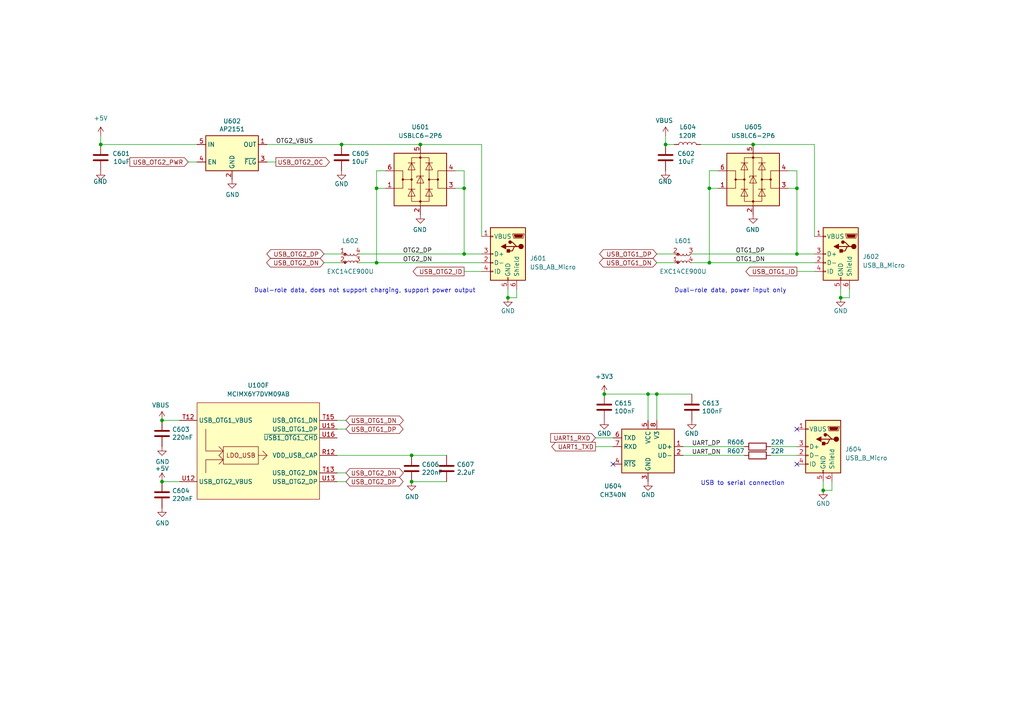
<source format=kicad_sch>
(kicad_sch (version 20211123) (generator eeschema)
  (paper "A4")
  (title_block (title "NekoInk Mainboard") (date "2021-09-28") (rev "R0.2") (company "Copyright 2021 Wenting Zhang") (comment 2 "MERCHANTABILITY, SATISFACTORY QUALITY AND FITNESS FOR A PARTICULAR PURPOSE.") (comment 3 "This source is distributed WITHOUT ANY EXPRESS OR IMPLIED WARRANTY, INCLUDING OF") (comment 4 "This source describes Open Hardware and is licensed under the CERN-OHL-P v2."))
  (lib_symbols
    (symbol "Connector:USB_B_Micro" (pin_names (offset 1.016))
      (property "Reference" "J" (at -5.08 11.43 0))
      (property "Value" "USB_B_Micro" (at -5.08 8.89 0))
      (symbol "USB_B_Micro_1_1"
        (pin power_out line (at 7.62 5.08 180) (length 2.54) (name "VBUS") (number "1"))
        (pin bidirectional line (at 7.62 -2.54 180) (length 2.54) (name "D-") (number "2"))
        (pin bidirectional line (at 7.62 0 180) (length 2.54) (name "D+") (number "3"))
        (pin passive line (at 7.62 -5.08 180) (length 2.54) (name "ID") (number "4"))
        (pin power_out line (at 0 -10.16 90) (length 2.54) (name "GND") (number "5"))
        (pin passive line (at -2.54 -10.16 90) (length 2.54) (name "Shield") (number "6"))
      )
    )
    (symbol "Device:C" (pin_numbers hide) (pin_names (offset 0.254))
      (property "Reference" "C" (at 0.635 2.54 0))
      (property "Value" "C" (at 0.635 -2.54 0))
      (symbol "C_1_1"
        (pin passive line (at 0 3.81 270) (length 2.794) (name "~") (number "1"))
        (pin passive line (at 0 -3.81 90) (length 2.794) (name "~") (number "2"))
      )
    )
    (symbol "Device:L" (pin_numbers hide) (pin_names (offset 1.016) hide)
      (property "Reference" "L" (at -1.27 0 90))
      (property "Value" "L" (at 1.905 0 90))
      (symbol "L_1_1"
        (pin passive line (at 0 3.81 270) (length 1.27) (name "1") (number "1"))
        (pin passive line (at 0 -3.81 90) (length 1.27) (name "2") (number "2"))
      )
    )
    (symbol "Device:L_Coupled_Small_1423" (pin_names (offset 0.254) hide)
      (property "Reference" "L" (at 0 3.175 0))
      (property "Value" "L_Coupled_Small_1423" (at 0 -3.175 0))
      (symbol "L_Coupled_Small_1423_1_1"
        (pin passive line (at -2.54 1.27 0) (length 0.508) (name "1") (number "1"))
        (pin passive line (at -2.54 -1.27 0) (length 0.508) (name "2") (number "2"))
        (pin passive line (at 2.54 -1.27 180) (length 0.508) (name "3") (number "3"))
        (pin passive line (at 2.54 1.27 180) (length 0.508) (name "4") (number "4"))
      )
    )
    (symbol "Device:R" (pin_numbers hide) (pin_names (offset 0))
      (property "Reference" "R" (at 2.032 0 90))
      (property "Value" "R" (at 0 0 90))
      (symbol "R_1_1"
        (pin passive line (at 0 3.81 270) (length 1.27) (name "~") (number "1"))
        (pin passive line (at 0 -3.81 90) (length 1.27) (name "~") (number "2"))
      )
    )
    (symbol "MCIMX6Y7DVM09AB_7"
      (property "Reference" "U" (at 0 0 0))
      (property "Value" "MCIMX6Y7DVM09AB_7" (at 0 -2.54 0))
      (symbol "MCIMX6Y7DVM09AB_7_1_0"
        (text "LDO_1P1" (at 0 -58.42 0) (effects (font (size 1.27 1.27))))
        (text "LDO_2P5" (at 0 -50.8 0) (effects (font (size 1.27 1.27))))
        (text "LDO_ARM_SOC" (at 0 -27.94 0) (effects (font (size 1.27 1.27))))
        (text "LDO_SNVS" (at 0 -66.04 0) (effects (font (size 1.27 1.27))))
      )
      (symbol "MCIMX6Y7DVM09AB_7_1_1"
        (pin power_in line (at -33.02 -73.66 0) (length 5.08) (name "VSS") (number "A1"))
        (pin power_in line (at -33.02 -76.2 0) (length 5.08) (name "VSS") (number "A17"))
        (pin power_in line (at -33.02 -83.82 0) (length 5.08) (name "VSS") (number "C11"))
        (pin power_in line (at -33.02 -86.36 0) (length 5.08) (name "VSS") (number "C15"))
        (pin power_in line (at -33.02 -78.74 0) (length 5.08) (name "VSS") (number "C3"))
        (pin power_in line (at -33.02 -81.28 0) (length 5.08) (name "VSS") (number "C7"))
        (pin power_in line (at -33.02 -91.44 0) (length 5.08) (name "VSS") (number "E11"))
        (pin power_in line (at -33.02 -88.9 0) (length 5.08) (name "VSS") (number "E8"))
        (pin power_in line (at -33.02 -104.14 0) (length 5.08) (name "VSS") (number "F10"))
        (pin power_in line (at -33.02 -106.68 0) (length 5.08) (name "VSS") (number "F11"))
        (pin power_in line (at -33.02 -109.22 0) (length 5.08) (name "VSS") (number "F12"))
        (pin power_in line (at -33.02 -93.98 0) (length 5.08) (name "VSS") (number "F6"))
        (pin power_in line (at -33.02 -96.52 0) (length 5.08) (name "VSS") (number "F7"))
        (pin power_in line (at -33.02 -99.06 0) (length 5.08) (name "VSS") (number "F8"))
        (pin power_in line (at -33.02 -101.6 0) (length 5.08) (name "VSS") (number "F9"))
        (pin power_out line (at 33.02 -12.7 180) (length 5.08) (name "VDD_ARM_CAP") (number "G10"))
        (pin power_out line (at 33.02 -15.24 180) (length 5.08) (name "VDD_ARM_CAP") (number "G11"))
        (pin power_in line (at -33.02 -119.38 0) (length 5.08) (name "VSS") (number "G12"))
        (pin power_in line (at -33.02 -121.92 0) (length 5.08) (name "VSS") (number "G15"))
        (pin power_in line (at -33.02 -111.76 0) (length 5.08) (name "VSS") (number "G3"))
        (pin power_in line (at -33.02 -114.3 0) (length 5.08) (name "VSS") (number "G5"))
        (pin power_in line (at -33.02 -116.84 0) (length 5.08) (name "VSS") (number "G7"))
        (pin power_out line (at 33.02 -22.86 180) (length 5.08) (name "VDD_SOC_CAP") (number "G8"))
        (pin power_out line (at 33.02 -10.16 180) (length 5.08) (name "VDD_ARM_CAP") (number "G9"))
        (pin power_in line (at -33.02 -25.4 0) (length 5.08) (name "VDD_SOC_IN") (number "H10"))
        (pin power_out line (at 33.02 -17.78 180) (length 5.08) (name "VDD_ARM_CAP") (number "H11"))
        (pin power_in line (at -33.02 -127 0) (length 5.08) (name "VSS") (number "H12"))
        (pin power_in line (at -33.02 -124.46 0) (length 5.08) (name "VSS") (number "H7"))
        (pin power_out line (at 33.02 -25.4 180) (length 5.08) (name "VDD_SOC_CAP") (number "H8"))
        (pin power_in line (at -33.02 -22.86 0) (length 5.08) (name "VDD_SOC_IN") (number "H9"))
        (pin power_in line (at -33.02 -30.48 0) (length 5.08) (name "VDD_SOC_IN") (number "J10"))
        (pin power_out line (at 33.02 -30.48 180) (length 5.08) (name "VDD_SOC_CAP") (number "J11"))
        (pin power_out line (at 33.02 -127 180) (length 5.08) (name "VSS") (number "J12"))
        (pin power_in line (at -33.02 -129.54 0) (length 5.08) (name "VSS") (number "J5"))
        (pin power_out line (at 33.02 -129.54 180) (length 5.08) (name "VSS") (number "J7"))
        (pin power_out line (at 33.02 -27.94 180) (length 5.08) (name "VDD_SOC_CAP") (number "J8"))
        (pin power_in line (at -33.02 -27.94 0) (length 5.08) (name "VDD_SOC_IN") (number "J9"))
        (pin power_in line (at -33.02 -35.56 0) (length 5.08) (name "VDD_SOC_IN") (number "K10"))
        (pin power_out line (at 33.02 -35.56 180) (length 5.08) (name "VDD_SOC_CAP") (number "K11"))
        (pin power_out line (at 33.02 -121.92 180) (length 5.08) (name "VSS") (number "K12"))
        (pin power_out line (at 33.02 -124.46 180) (length 5.08) (name "VSS") (number "K7"))
        (pin power_out line (at 33.02 -33.02 180) (length 5.08) (name "VDD_SOC_CAP") (number "K8"))
        (pin power_in line (at -33.02 -33.02 0) (length 5.08) (name "VDD_SOC_IN") (number "K9"))
        (pin power_out line (at 33.02 -43.18 180) (length 5.08) (name "VDD_SOC_CAP") (number "L10"))
        (pin power_out line (at 33.02 -45.72 180) (length 5.08) (name "VDD_SOC_CAP") (number "L11"))
        (pin power_out line (at 33.02 -114.3 180) (length 5.08) (name "VSS") (number "L12"))
        (pin power_out line (at 33.02 -119.38 180) (length 5.08) (name "VSS") (number "L3"))
        (pin power_out line (at 33.02 -116.84 180) (length 5.08) (name "VSS") (number "L7"))
        (pin power_out line (at 33.02 -38.1 180) (length 5.08) (name "VDD_SOC_CAP") (number "L8"))
        (pin power_out line (at 33.02 -40.64 180) (length 5.08) (name "VDD_SOC_CAP") (number "L9"))
        (pin power_out line (at 33.02 -104.14 180) (length 5.08) (name "VSS") (number "M10"))
        (pin power_out line (at 33.02 -101.6 180) (length 5.08) (name "VSS") (number "M11"))
        (pin power_in line (at -33.02 -71.12 0) (length 5.08) (name "NGND_KEL0") (number "M12"))
        (pin power_out line (at 33.02 -111.76 180) (length 5.08) (name "VSS") (number "M7"))
        (pin power_out line (at 33.02 -109.22 180) (length 5.08) (name "VSS") (number "M8"))
        (pin power_out line (at 33.02 -106.68 180) (length 5.08) (name "VSS") (number "M9"))
        (pin power_out line (at 33.02 -66.04 180) (length 5.08) (name "VDD_SNVS_CAP") (number "N12"))
        (pin power_in line (at -33.02 -50.8 0) (length 5.08) (name "VDD_HIGH_IN") (number "N13"))
        (pin power_out line (at 33.02 -99.06 180) (length 5.08) (name "VSS") (number "N3"))
        (pin power_out line (at 33.02 -96.52 180) (length 5.08) (name "VSS") (number "N5"))
        (pin power_in line (at -33.02 -66.04 0) (length 5.08) (name "VDD_SNVS_IN") (number "P12"))
        (pin power_out line (at 33.02 -58.42 180) (length 5.08) (name "NVCC_PLL") (number "P13"))
        (pin power_out line (at 33.02 -86.36 180) (length 5.08) (name "VSS") (number "R11"))
        (pin power_out line (at 33.02 -50.8 180) (length 5.08) (name "VDD_HIGH_CAP") (number "R14"))
        (pin power_out line (at 33.02 -53.34 180) (length 5.08) (name "VDD_HIGH_CAP") (number "R15"))
        (pin power_out line (at 33.02 -83.82 180) (length 5.08) (name "VSS") (number "R16"))
        (pin power_out line (at 33.02 -81.28 180) (length 5.08) (name "VSS") (number "R17"))
        (pin power_out line (at 33.02 -93.98 180) (length 5.08) (name "VSS") (number "R3"))
        (pin power_out line (at 33.02 -91.44 180) (length 5.08) (name "VSS") (number "R5"))
        (pin power_out line (at 33.02 -88.9 180) (length 5.08) (name "VSS") (number "R7"))
        (pin power_out line (at 33.02 -78.74 180) (length 5.08) (name "VSS") (number "T14"))
        (pin power_out line (at 33.02 -76.2 180) (length 5.08) (name "VSS") (number "U1"))
        (pin power_out line (at 33.02 -73.66 180) (length 5.08) (name "VSS") (number "U14"))
        (pin power_out line (at 33.02 -71.12 180) (length 5.08) (name "VSS") (number "U17"))
      )
      (symbol "MCIMX6Y7DVM09AB_7_2_1"
        (text "NVCC_GPIO" (at 7.62 -16.51 900) (effects (font (size 1.27 1.27))))
        (text "NVCC_PLL" (at -10.16 -66.04 900) (effects (font (size 1.27 1.27))))
        (text "NVCC_UART" (at 5.08 -71.12 900) (effects (font (size 1.27 1.27))))
        (text "VDD_SNVS_CAP" (at -5.08 -78.74 900) (effects (font (size 1.27 1.27))))
        (text "VDD_SNVS_IN" (at -2.54 -33.02 900) (effects (font (size 1.27 1.27))))
        (text "VDDHIGH_CAP" (at 7.62 -33.02 900) (effects (font (size 1.27 1.27))))
        (text "VDDHIGH_IN" (at -10.16 -91.44 900) (effects (font (size 1.27 1.27))))
        (pin output line (at 27.94 -91.44 180) (length 5.08) (name "UART5_TX_DATA") (number "F17"))
        (pin input line (at 27.94 -93.98 180) (length 5.08) (name "UART5_RX_DATA") (number "G13"))
        (pin output line (at 27.94 -78.74 180) (length 5.08) (name "~{UART3_RTS}") (number "G14"))
        (pin input line (at 27.94 -86.36 180) (length 5.08) (name "UART4_RX_DATA") (number "G16"))
        (pin output line (at 27.94 -83.82 180) (length 5.08) (name "UART4_TX_DATA") (number "G17"))
        (pin power_in line (at 27.94 -40.64 180) (length 5.08) (name "NVCC_UART") (number "H13"))
        (pin output line (at 27.94 -66.04 180) (length 5.08) (name "~{UART2_RTS}") (number "H14"))
        (pin output line (at 27.94 -76.2 180) (length 5.08) (name "~{UART3_CTS}") (number "H15"))
        (pin input line (at 27.94 -73.66 180) (length 5.08) (name "UART3_RX_DATA") (number "H16"))
        (pin output line (at 27.94 -71.12 180) (length 5.08) (name "UART3_TX_DATA") (number "H17"))
        (pin output line (at 27.94 -53.34 180) (length 5.08) (name "~{UART1_RTS}") (number "J14"))
        (pin output line (at 27.94 -63.5 180) (length 5.08) (name "~{UART1_CTS}") (number "J15"))
        (pin input line (at 27.94 -60.96 180) (length 5.08) (name "UART2_RX_DATA") (number "J16"))
        (pin output line (at 27.94 -58.42 180) (length 5.08) (name "UART2_TX_DATA") (number "J17"))
        (pin output line (at 27.94 -45.72 180) (length 5.08) (name "UART1_TX_DATA") (number "K14"))
        (pin output line (at 27.94 -50.8 180) (length 5.08) (name "~{UART1_CTS}") (number "K15"))
        (pin input line (at 27.94 -48.26 180) (length 5.08) (name "UART1_RX_DATA") (number "K16"))
        (pin input line (at 27.94 -10.16 180) (length 5.08) (name "JTAG_TCK") (number "M14"))
        (pin input line (at -27.94 -45.72 0) (length 5.08) (name "SNVS_TAMPER7") (number "N10"))
        (pin input line (at -27.94 -43.18 0) (length 5.08) (name "SNVS_TAMPER6") (number "N11"))
        (pin input line (at 27.94 -20.32 180) (length 5.08) (name "~{JTAG_TRST}") (number "N14"))
        (pin output line (at 27.94 -17.78 180) (length 5.08) (name "JTAG_TDO") (number "N15"))
        (pin input line (at 27.94 -15.24 180) (length 5.08) (name "JTAG_TDI") (number "N16"))
        (pin input line (at -27.94 -22.86 0) (length 5.08) (name "TEST_MODE") (number "N7"))
        (pin input line (at -27.94 -40.64 0) (length 5.08) (name "SNVS_TAMPER5") (number "N8"))
        (pin input line (at -27.94 -48.26 0) (length 5.08) (name "SNVS_TAMPER8") (number "N9"))
        (pin input line (at -27.94 -35.56 0) (length 5.08) (name "SNVS_TAMPER3") (number "P10"))
        (pin input line (at -27.94 -33.02 0) (length 5.08) (name "SNVS_TAMPER2") (number "P11"))
        (pin input line (at 27.94 -12.7 180) (length 5.08) (name "JTAG_TMS") (number "P14"))
        (pin input line (at 27.94 -22.86 180) (length 5.08) (name "JTAG_MOD") (number "P15"))
        (pin output line (at 27.94 -30.48 180) (length 5.08) (name "CCM_CLK1_N") (number "P16"))
        (pin output line (at 27.94 -33.02 180) (length 5.08) (name "CCM_CLK1_P") (number "P17"))
        (pin input line (at -27.94 -12.7 0) (length 5.08) (name "POR") (number "P8"))
        (pin input line (at -27.94 -38.1 0) (length 5.08) (name "SNVS_TAMPER4") (number "P9"))
        (pin input line (at -27.94 -27.94 0) (length 5.08) (name "SNVS_TAMPER0") (number "R10"))
        (pin input line (at -27.94 -91.44 0) (length 5.08) (name "GPANAIO") (number "R13"))
        (pin input line (at -27.94 -50.8 0) (length 5.08) (name "SNVS_TAMPER9") (number "R6"))
        (pin input line (at -27.94 -10.16 0) (length 5.08) (name "ONOFF") (number "R8"))
        (pin input line (at -27.94 -30.48 0) (length 5.08) (name "SNVS_TAMPER1") (number "R9"))
        (pin input line (at -27.94 -17.78 0) (length 5.08) (name "BOOT_MODE0") (number "T10"))
        (pin input line (at -27.94 -78.74 0) (length 5.08) (name "RTC_XTALI") (number "T11"))
        (pin input line (at -27.94 -66.04 0) (length 5.08) (name "XTALI") (number "T16"))
        (pin output line (at -27.94 -68.58 0) (length 5.08) (name "XTALO") (number "T17"))
        (pin input line (at -27.94 -58.42 0) (length 5.08) (name "SNVS_PMIC_ON_REQ") (number "T9"))
        (pin input line (at -27.94 -20.32 0) (length 5.08) (name "BOOT_MODE1") (number "U10"))
        (pin output line (at -27.94 -81.28 0) (length 5.08) (name "RTC_XTALO") (number "U11"))
        (pin input line (at -27.94 -55.88 0) (length 5.08) (name "CCM_PMIC_STBY_REQ") (number "U9"))
      )
      (symbol "MCIMX6Y7DVM09AB_7_3_1"
        (pin output line (at 20.32 -71.12 180) (length 5.08) (name "DRAM_ODT1") (number "F1"))
        (pin output line (at -20.32 -45.72 0) (length 5.08) (name "DRAM_ADDR14") (number "G1"))
        (pin output line (at -20.32 -25.4 0) (length 5.08) (name "DRAM_ADDR6") (number "G2"))
        (pin output line (at -20.32 -88.9 0) (length 5.08) (name "DRAM_RESET") (number "G4"))
        (pin power_in line (at 20.32 -88.9 180) (length 5.08) (name "NVCC_DRAM") (number "G6"))
        (pin output line (at -20.32 -55.88 0) (length 5.08) (name "DRAM_SDBA1") (number "H1"))
        (pin output line (at -20.32 -12.7 0) (length 5.08) (name "DRAM_ADDR1") (number "H2"))
        (pin output line (at -20.32 -43.18 0) (length 5.08) (name "DRAM_ADDR13") (number "H3"))
        (pin output line (at -20.32 -27.94 0) (length 5.08) (name "DRAM_ADDR7") (number "H4"))
        (pin output line (at -20.32 -66.04 0) (length 5.08) (name "~{DRAM_CS1}") (number "H5"))
        (pin power_in line (at 20.32 -91.44 180) (length 5.08) (name "NVCC_DRAM") (number "H6"))
        (pin output line (at -20.32 -76.2 0) (length 5.08) (name "~{DRAM_SDWE}") (number "J1"))
        (pin output line (at -20.32 -73.66 0) (length 5.08) (name "~{DRAM_CAS}") (number "J2"))
        (pin output line (at 20.32 -78.74 180) (length 5.08) (name "DRAM_SDCKE1") (number "J3"))
        (pin output line (at -20.32 -30.48 0) (length 5.08) (name "DRAM_ADDR8") (number "J4"))
        (pin power_in line (at 20.32 -93.98 180) (length 5.08) (name "NVCC_DRAM") (number "J6"))
        (pin output line (at -20.32 -15.24 0) (length 5.08) (name "DRAM_ADDR2") (number "K1"))
        (pin output line (at -20.32 -58.42 0) (length 5.08) (name "DRAM_SDBA2") (number "K2"))
        (pin output line (at -20.32 -38.1 0) (length 5.08) (name "DRAM_ADDR11") (number "K3"))
        (pin output line (at -20.32 -20.32 0) (length 5.08) (name "DRAM_ADDR4") (number "K4"))
        (pin output line (at -20.32 -48.26 0) (length 5.08) (name "DRAM_ADDR15") (number "K5"))
        (pin power_in line (at 20.32 -96.52 180) (length 5.08) (name "NVCC_DRAM") (number "K6"))
        (pin output line (at -20.32 -22.86 0) (length 5.08) (name "DRAM_ADDR5") (number "L1"))
        (pin output line (at -20.32 -33.02 0) (length 5.08) (name "DRAM_ADDR9") (number "L2"))
        (pin output line (at -20.32 -40.64 0) (length 5.08) (name "DRAM_ADDR12") (number "L4"))
        (pin output line (at -20.32 -10.16 0) (length 5.08) (name "DRAM_ADDR0") (number "L5"))
        (pin power_in line (at 20.32 -99.06 180) (length 5.08) (name "NVCC_DRAM") (number "L6"))
        (pin output line (at -20.32 -53.34 0) (length 5.08) (name "DRAM_SDBA0") (number "M1"))
        (pin output line (at -20.32 -17.78 0) (length 5.08) (name "DRAM_ADDR3") (number "M2"))
        (pin output line (at 20.32 -81.28 180) (length 5.08) (name "DRAM_SDCKE0") (number "M3"))
        (pin output line (at -20.32 -35.56 0) (length 5.08) (name "DRAM_ADDR10") (number "M4"))
        (pin output line (at -20.32 -71.12 0) (length 5.08) (name "~{DRAM_RAS}") (number "M5"))
        (pin power_in line (at 20.32 -101.6 180) (length 5.08) (name "NVCC_DRAM") (number "M6"))
        (pin output line (at 20.32 -73.66 180) (length 5.08) (name "DRAM_ODT0") (number "N1"))
        (pin output line (at -20.32 -63.5 0) (length 5.08) (name "~{DRAM_CS0}") (number "N2"))
        (pin output line (at -20.32 -93.98 0) (length 5.08) (name "DRAM_ZQPAD") (number "N4"))
        (pin power_in line (at -20.32 -99.06 0) (length 5.08) (name "NVCC_DRAM_2P5") (number "N6"))
        (pin output line (at -20.32 -81.28 0) (length 5.08) (name "DRAM_SDCLK0_P") (number "P1"))
        (pin output line (at -20.32 -83.82 0) (length 5.08) (name "DRAM_SDCLK0_N") (number "P2"))
        (pin bidirectional line (at 20.32 -53.34 180) (length 5.08) (name "DRAM_DATA13") (number "P3"))
        (pin power_in line (at -20.32 -101.6 0) (length 5.08) (name "DRAM_VREF") (number "P4"))
        (pin bidirectional line (at 20.32 -50.8 180) (length 5.08) (name "DRAM_DATA12") (number "P5"))
        (pin output line (at 20.32 -30.48 180) (length 5.08) (name "DRAM_SDQS0_P") (number "P6"))
        (pin output line (at 20.32 -33.02 180) (length 5.08) (name "DRAM_SDQS0_N") (number "P7"))
        (pin bidirectional line (at 20.32 -58.42 180) (length 5.08) (name "DRAM_DATA15") (number "R1"))
        (pin bidirectional line (at 20.32 -55.88 180) (length 5.08) (name "DRAM_DATA14") (number "R2"))
        (pin bidirectional line (at 20.32 -48.26 180) (length 5.08) (name "DRAM_DATA11") (number "R4"))
        (pin output line (at 20.32 -60.96 180) (length 5.08) (name "DRAM_SDQS1_P") (number "T1"))
        (pin output line (at 20.32 -63.5 180) (length 5.08) (name "DRAM_SDQS1_N") (number "T2"))
        (pin output line (at 20.32 -66.04 180) (length 5.08) (name "DRAM_DQM1") (number "T3"))
        (pin bidirectional line (at 20.32 -10.16 180) (length 5.08) (name "DRAM_DATA0") (number "T4"))
        (pin bidirectional line (at 20.32 -25.4 180) (length 5.08) (name "DRAM_DATA6") (number "T5"))
        (pin bidirectional line (at 20.32 -15.24 180) (length 5.08) (name "DRAM_DATA2") (number "T6"))
        (pin output line (at 20.32 -35.56 180) (length 5.08) (name "DRAM_DQM0") (number "T7"))
        (pin bidirectional line (at 20.32 -22.86 180) (length 5.08) (name "DRAM_DATA5") (number "T8"))
        (pin bidirectional line (at 20.32 -40.64 180) (length 5.08) (name "DRAM_DATA8") (number "U2"))
        (pin bidirectional line (at 20.32 -43.18 180) (length 5.08) (name "DRAM_DATA9") (number "U3"))
        (pin bidirectional line (at 20.32 -27.94 180) (length 5.08) (name "DRAM_DATA7") (number "U4"))
        (pin bidirectional line (at 20.32 -45.72 180) (length 5.08) (name "DRAM_DATA10") (number "U5"))
        (pin bidirectional line (at 20.32 -12.7 180) (length 5.08) (name "DRAM_DATA1") (number "U6"))
        (pin bidirectional line (at 20.32 -17.78 180) (length 5.08) (name "DRAM_DATA3") (number "U7"))
        (pin bidirectional line (at 20.32 -20.32 180) (length 5.08) (name "DRAM_DATA4") (number "U8"))
      )
      (symbol "MCIMX6Y7DVM09AB_7_4_1"
        (pin bidirectional line (at 20.32 -43.18 180) (length 5.08) (name "LCD_DATA6") (number "A10"))
        (pin bidirectional line (at 20.32 -50.8 180) (length 5.08) (name "LCD_DATA9") (number "A11"))
        (pin bidirectional line (at 20.32 -63.5 180) (length 5.08) (name "LCD_DATA14") (number "A12"))
        (pin bidirectional line (at 20.32 -73.66 180) (length 5.08) (name "LCD_DATA18") (number "A13"))
        (pin bidirectional line (at 20.32 -83.82 180) (length 5.08) (name "LCD_DATA22") (number "A14"))
        (pin bidirectional line (at 20.32 -10.16 180) (length 5.08) (name "LCD_CLK") (number "A8"))
        (pin bidirectional line (at 20.32 -30.48 180) (length 5.08) (name "LCD_DATA1") (number "A9"))
        (pin bidirectional line (at 20.32 -40.64 180) (length 5.08) (name "LCD_DATA5") (number "B10"))
        (pin bidirectional line (at 20.32 -48.26 180) (length 5.08) (name "LCD_DATA8") (number "B11"))
        (pin bidirectional line (at 20.32 -60.96 180) (length 5.08) (name "LCD_DATA13") (number "B12"))
        (pin bidirectional line (at 20.32 -71.12 180) (length 5.08) (name "LCD_DATA17") (number "B13"))
        (pin bidirectional line (at 20.32 -81.28 180) (length 5.08) (name "LCD_DATA21") (number "B14"))
        (pin bidirectional line (at 20.32 -86.36 180) (length 5.08) (name "LCD_DATA23") (number "B16"))
        (pin bidirectional line (at 20.32 -15.24 180) (length 5.08) (name "LCD_ENABLE") (number "B8"))
        (pin bidirectional line (at 20.32 -27.94 180) (length 5.08) (name "LCD_DATA0") (number "B9"))
        (pin bidirectional line (at 20.32 -38.1 180) (length 5.08) (name "LCD_DATA4") (number "C10"))
        (pin bidirectional line (at 20.32 -58.42 180) (length 5.08) (name "LCD_DATA12") (number "C12"))
        (pin bidirectional line (at 20.32 -68.58 180) (length 5.08) (name "LCD_DATA16") (number "C13"))
        (pin bidirectional line (at 20.32 -78.74 180) (length 5.08) (name "LCD_DATA20") (number "C14"))
        (pin bidirectional line (at 20.32 -20.32 180) (length 5.08) (name "LCD_VSYNC") (number "C9"))
        (pin bidirectional line (at 20.32 -35.56 180) (length 5.08) (name "LCD_DATA3") (number "D10"))
        (pin bidirectional line (at 20.32 -45.72 180) (length 5.08) (name "LCD_DATA7") (number "D11"))
        (pin bidirectional line (at 20.32 -55.88 180) (length 5.08) (name "LCD_DATA11") (number "D12"))
        (pin bidirectional line (at 20.32 -66.04 180) (length 5.08) (name "LCD_DATA15") (number "D13"))
        (pin bidirectional line (at 20.32 -76.2 180) (length 5.08) (name "LCD_DATA19") (number "D14"))
        (pin bidirectional line (at 20.32 -17.78 180) (length 5.08) (name "LCD_HSYNC") (number "D9"))
        (pin bidirectional line (at 20.32 -33.02 180) (length 5.08) (name "LCD_DATA2") (number "E10"))
        (pin bidirectional line (at 20.32 -53.34 180) (length 5.08) (name "LCD_DATA10") (number "E12"))
        (pin power_in line (at -20.32 -10.16 0) (length 5.08) (name "NVCC_LCD") (number "E13"))
        (pin bidirectional line (at 20.32 -22.86 180) (length 5.08) (name "LCD_RESET") (number "E9"))
      )
      (symbol "MCIMX6Y7DVM09AB_7_5_1"
        (pin bidirectional line (at 17.78 -43.18 180) (length 5.08) (name "CSI_DATA7") (number "D1"))
        (pin bidirectional line (at 17.78 -40.64 180) (length 5.08) (name "CSI_DATA6") (number "D2"))
        (pin bidirectional line (at 17.78 -38.1 180) (length 5.08) (name "CSI_DATA5") (number "D3"))
        (pin bidirectional line (at 17.78 -35.56 180) (length 5.08) (name "CSI_DATA4") (number "D4"))
        (pin bidirectional line (at 17.78 -33.02 180) (length 5.08) (name "CSI_DATA3") (number "E1"))
        (pin bidirectional line (at 17.78 -30.48 180) (length 5.08) (name "CSI_DATA2") (number "E2"))
        (pin bidirectional line (at 17.78 -27.94 180) (length 5.08) (name "CSI_DATA1") (number "E3"))
        (pin bidirectional line (at 17.78 -25.4 180) (length 5.08) (name "CSI_DATA0") (number "E4"))
        (pin bidirectional line (at 17.78 -12.7 180) (length 5.08) (name "CSI_PIXCLK") (number "E5"))
        (pin bidirectional line (at 17.78 -17.78 180) (length 5.08) (name "CSI_VSYNC") (number "F2"))
        (pin bidirectional line (at 17.78 -20.32 180) (length 5.08) (name "CSI_HSYNC") (number "F3"))
        (pin power_in line (at -17.78 -10.16 0) (length 5.08) (name "NVCC_CSI") (number "F4"))
        (pin bidirectional line (at 17.78 -10.16 180) (length 5.08) (name "CSI_MCLK") (number "F5"))
      )
      (symbol "MCIMX6Y7DVM09AB_7_6_1"
        (text "LDO_USB" (at -5.08 -20.32 0) (effects (font (size 1.27 1.27))))
        (pin bidirectional line (at 22.86 -20.32 180) (length 5.08) (name "VDD_USB_CAP") (number "R12"))
        (pin power_in line (at -22.86 -10.16 0) (length 5.08) (name "USB_OTG1_VBUS") (number "T12"))
        (pin bidirectional line (at 22.86 -25.4 180) (length 5.08) (name "USB_OTG2_DN") (number "T13"))
        (pin bidirectional line (at 22.86 -10.16 180) (length 5.08) (name "USB_OTG1_DN") (number "T15"))
        (pin power_in line (at -22.86 -27.94 0) (length 5.08) (name "USB_OTG2_VBUS") (number "U12"))
        (pin bidirectional line (at 22.86 -27.94 180) (length 5.08) (name "USB_OTG2_DP") (number "U13"))
        (pin bidirectional line (at 22.86 -12.7 180) (length 5.08) (name "USB_OTG1_DP") (number "U15"))
        (pin bidirectional line (at 22.86 -15.24 180) (length 5.08) (name "~{USB1_OTG1_CHD}") (number "U16"))
      )
      (symbol "MCIMX6Y7DVM09AB_7_7_1"
        (pin power_in line (at -17.78 -10.16 0) (length 5.08) (name "VDDA_ADC_3P3") (number "L13"))
        (pin power_in line (at -17.78 -15.24 0) (length 5.08) (name "ADC_VREFH") (number "M13"))
      )
      (symbol "MCIMX6Y7DVM09AB_7_8_1"
        (pin bidirectional line (at 20.32 -33.02 180) (length 5.08) (name "ENET2_TXD0") (number "A15"))
        (pin bidirectional line (at 20.32 -35.56 180) (length 5.08) (name "ENET2_TXD1") (number "A16"))
        (pin bidirectional line (at 20.32 -38.1 180) (length 5.08) (name "ENET2_TX_EN") (number "B15"))
        (pin bidirectional line (at 20.32 -50.8 180) (length 5.08) (name "ENET2_RX_EN") (number "B17"))
        (pin bidirectional line (at 20.32 -45.72 180) (length 5.08) (name "ENET_RX_DATA1") (number "C16"))
        (pin bidirectional line (at 20.32 -43.18 180) (length 5.08) (name "ENET_RX_DATA0") (number "C17"))
        (pin bidirectional line (at 20.32 -25.4 180) (length 5.08) (name "ENET1_RX_ER") (number "D15"))
        (pin bidirectional line (at 20.32 -48.26 180) (length 5.08) (name "ENET2_RX_ER") (number "D16"))
        (pin bidirectional line (at 20.32 -40.64 180) (length 5.08) (name "ENET2_TX_CLK") (number "D17"))
        (pin bidirectional line (at 20.32 -12.7 180) (length 5.08) (name "ENET1_TX_DATA1") (number "E14"))
        (pin bidirectional line (at 20.32 -10.16 180) (length 5.08) (name "ENET1_TX_DATA0") (number "E15"))
        (pin bidirectional line (at 20.32 -27.94 180) (length 5.08) (name "ENET1_RX_EN") (number "E16"))
        (pin bidirectional line (at 20.32 -22.86 180) (length 5.08) (name "ENET1_RX_DATA1") (number "E17"))
        (pin power_in line (at -20.32 -10.16 0) (length 5.08) (name "NVCC_ENET") (number "F13"))
        (pin bidirectional line (at 20.32 -17.78 180) (length 5.08) (name "ENET1_TX_CLK") (number "F14"))
        (pin bidirectional line (at 20.32 -15.24 180) (length 5.08) (name "ENET1_TX_EN") (number "F15"))
        (pin bidirectional line (at 20.32 -20.32 180) (length 5.08) (name "ENET1_RX_DATA0") (number "F16"))
      )
      (symbol "MCIMX6Y7DVM09AB_7_9_1"
        (pin bidirectional line (at 17.78 -25.4 180) (length 5.08) (name "SD1_DATA3") (number "A2"))
        (pin bidirectional line (at 17.78 -22.86 180) (length 5.08) (name "SD1_DATA2") (number "B1"))
        (pin bidirectional line (at 17.78 -20.32 180) (length 5.08) (name "SD1_DATA1") (number "B2"))
        (pin bidirectional line (at 17.78 -17.78 180) (length 5.08) (name "SD1_DATA0") (number "B3"))
        (pin bidirectional line (at 17.78 -10.16 180) (length 5.08) (name "SD1_CLK") (number "C1"))
        (pin bidirectional line (at 17.78 -12.7 180) (length 5.08) (name "SD1_CMD") (number "C2"))
        (pin power_in line (at -17.78 -10.16 0) (length 5.08) (name "NVCC_SD1") (number "C4"))
      )
      (symbol "MCIMX6Y7DVM09AB_7_10_1"
        (pin bidirectional line (at 17.78 -30.48 180) (length 5.08) (name "~{NAND_READY}") (number "A3"))
        (pin bidirectional line (at 17.78 -20.32 180) (length 5.08) (name "NAND_CLE") (number "A4"))
        (pin bidirectional line (at 17.78 -55.88 180) (length 5.08) (name "NAND_DATA7") (number "A5"))
        (pin bidirectional line (at 17.78 -53.34 180) (length 5.08) (name "NAND_DATA6") (number "A6"))
        (pin bidirectional line (at 17.78 -43.18 180) (length 5.08) (name "NAND_DATA2") (number "A7"))
        (pin bidirectional line (at 17.78 -17.78 180) (length 5.08) (name "NAND_ALE") (number "B4"))
        (pin bidirectional line (at 17.78 -12.7 180) (length 5.08) (name "~{NAND_CE1}") (number "B5"))
        (pin bidirectional line (at 17.78 -50.8 180) (length 5.08) (name "NAND_DATA5") (number "B6"))
        (pin bidirectional line (at 17.78 -40.64 180) (length 5.08) (name "NAND_DATA1") (number "B7"))
        (pin bidirectional line (at 17.78 -10.16 180) (length 5.08) (name "~{NAND_CE0}") (number "C5"))
        (pin bidirectional line (at 17.78 -48.26 180) (length 5.08) (name "NAND_DATA4") (number "C6"))
        (pin bidirectional line (at 17.78 -25.4 180) (length 5.08) (name "~{NAND_WE}") (number "C8"))
        (pin bidirectional line (at 17.78 -27.94 180) (length 5.08) (name "~{NAND_WP}") (number "D5"))
        (pin bidirectional line (at 17.78 -45.72 180) (length 5.08) (name "NAND_DATA3") (number "D6"))
        (pin bidirectional line (at 17.78 -38.1 180) (length 5.08) (name "NAND_DATA0") (number "D7"))
        (pin bidirectional line (at 17.78 -22.86 180) (length 5.08) (name "~{NAND_RE}") (number "D8"))
        (pin bidirectional line (at 17.78 -33.02 180) (length 5.08) (name "NAND_DQS") (number "E6"))
        (pin power_in line (at -17.78 -10.16 0) (length 5.08) (name "NVCC_NAND") (number "E7"))
      )
      (symbol "MCIMX6Y7DVM09AB_7_11_1"
        (pin power_in line (at -17.78 -10.16 0) (length 5.08) (name "NVCC_GPIO") (number "J13"))
        (pin bidirectional line (at 17.78 -10.16 180) (length 5.08) (name "GPIO1_IO0") (number "K13"))
        (pin bidirectional line (at 17.78 -25.4 180) (length 5.08) (name "GPIO1_IO6") (number "K17"))
        (pin bidirectional line (at 17.78 -15.24 180) (length 5.08) (name "GPIO1_IO2") (number "L14"))
        (pin bidirectional line (at 17.78 -12.7 180) (length 5.08) (name "GPIO1_IO1") (number "L15"))
        (pin bidirectional line (at 17.78 -27.94 180) (length 5.08) (name "GPIO1_IO7") (number "L16"))
        (pin bidirectional line (at 17.78 -17.78 180) (length 5.08) (name "GPIO1_IO3") (number "L17"))
        (pin bidirectional line (at 17.78 -33.02 180) (length 5.08) (name "GPIO1_IO9") (number "M15"))
        (pin bidirectional line (at 17.78 -20.32 180) (length 5.08) (name "GPIO1_IO4") (number "M16"))
        (pin bidirectional line (at 17.78 -22.86 180) (length 5.08) (name "GPIO1_IO5") (number "M17"))
        (pin bidirectional line (at 17.78 -30.48 180) (length 5.08) (name "GPIO1_IO8") (number "N17"))
      )
    )
    (symbol "Power_Management:AP2171W"
      (property "Reference" "U" (at -7.62 -6.35 0))
      (property "Value" "AP2171W" (at -7.62 6.35 0))
      (symbol "AP2171W_1_1"
        (pin power_out line (at 10.16 2.54 180) (length 2.54) (name "OUT") (number "1"))
        (pin power_in line (at 0 -7.62 90) (length 2.54) (name "GND") (number "2"))
        (pin open_collector line (at 10.16 -2.54 180) (length 2.54) (name "~{FLG}") (number "3"))
        (pin input line (at -10.16 -2.54 0) (length 2.54) (name "EN") (number "4"))
        (pin power_in line (at -10.16 2.54 0) (length 2.54) (name "IN") (number "5"))
      )
    )
    (symbol "Power_Protection:USBLC6-2P6" (pin_names hide)
      (property "Reference" "U" (at 2.54 8.89 0))
      (property "Value" "USBLC6-2P6" (at 2.54 -8.89 0))
      (symbol "USBLC6-2P6_1_1"
        (pin passive line (at -10.16 -2.54 0) (length 2.54) (name "I/O1") (number "1"))
        (pin passive line (at 0 -10.16 90) (length 2.54) (name "GND") (number "2"))
        (pin passive line (at 10.16 -2.54 180) (length 2.54) (name "I/O2") (number "3"))
        (pin passive line (at 10.16 2.54 180) (length 2.54) (name "I/O2") (number "4"))
        (pin passive line (at 0 10.16 270) (length 2.54) (name "VBUS") (number "5"))
        (pin passive line (at -10.16 2.54 0) (length 2.54) (name "I/O1") (number "6"))
      )
    )
    (symbol "power:+3V3" (power) (pin_names (offset 0))
      (property "Value" "+3V3" (at 0 3.556 0))
      (symbol "+3V3_1_1"
        (pin power_in line (at 0 0 90) (length 0) hide (name "+3V3") (number "1"))
      )
    )
    (symbol "power:+5V" (power) (pin_names (offset 0))
      (property "Value" "+5V" (at 0 3.556 0))
      (symbol "+5V_1_1"
        (pin power_in line (at 0 0 90) (length 0) hide (name "+5V") (number "1"))
      )
    )
    (symbol "power:GND" (power) (pin_names (offset 0))
      (property "Value" "GND" (at 0 -3.81 0))
      (symbol "GND_1_1"
        (pin power_in line (at 0 0 270) (length 0) hide (name "GND") (number "1"))
      )
    )
    (symbol "power:VBUS" (power) (pin_names (offset 0))
      (property "Value" "VBUS" (at 0 3.81 0))
      (symbol "VBUS_1_1"
        (pin power_in line (at 0 0 90) (length 0) hide (name "VBUS") (number "1"))
      )
    )
    (symbol "symbols:CH340N"
      (property "Reference" "U" (at -5.08 8.89 0))
      (property "Value" "CH340N" (at 1.27 8.89 0))
      (symbol "CH340N_1_1"
        (pin bidirectional line (at -10.16 2.54 0) (length 2.54) (name "UD+") (number "1"))
        (pin bidirectional line (at -10.16 0 0) (length 2.54) (name "UD-") (number "2"))
        (pin power_in line (at 0 -7.62 90) (length 2.54) (name "GND") (number "3"))
        (pin output line (at 10.16 -2.54 180) (length 2.54) (name "~{RTS}") (number "4"))
        (pin power_in line (at 0 10.16 270) (length 2.54) (name "VCC") (number "5"))
        (pin output line (at 10.16 5.08 180) (length 2.54) (name "TXD") (number "6"))
        (pin input line (at 10.16 2.54 180) (length 2.54) (name "RXD") (number "7"))
        (pin passive line (at -2.54 10.16 270) (length 2.54) (name "V3") (number "8"))
      )
    )
  )
  (junction (at 205.74 54.61) (diameter 0.9144))
  (junction (at 175.26 114.3))
  (junction (at 134.62 73.66) (diameter 0.9144))
  (junction (at 193.04 41.91) (diameter 0.9144))
  (junction (at 243.84 86.36) (diameter 0.9144))
  (junction (at 29.21 41.91) (diameter 0.9144))
  (junction (at 46.99 121.92))
  (junction (at 231.14 54.61) (diameter 0.9144))
  (junction (at 109.22 54.61) (diameter 0.9144))
  (junction (at 134.62 54.61) (diameter 0.9144))
  (junction (at 147.32 86.36) (diameter 0.9144))
  (junction (at 109.22 76.2) (diameter 0.9144))
  (junction (at 238.76 142.24) (diameter 0.9144))
  (junction (at 99.06 41.91))
  (junction (at 119.38 132.08) (diameter 0.9144))
  (junction (at 205.74 76.2) (diameter 0.9144))
  (junction (at 121.92 41.91) (diameter 0.9144))
  (junction (at 218.44 41.91) (diameter 0.9144))
  (junction (at 187.96 114.3))
  (junction (at 119.38 139.7) (diameter 0.9144))
  (junction (at 190.5 114.3))
  (junction (at 46.99 139.7) (diameter 0.9144))
  (junction (at 231.14 73.66) (diameter 0.9144))
  (no_connect (at 177.8 134.62))
  (no_connect (at 231.14 124.46))
  (no_connect (at 231.14 134.62))
  (wire (pts (xy 134.62 49.53) (xy 134.62 54.61)))
  (wire (pts (xy 77.47 41.91) (xy 99.06 41.91)))
  (wire (pts (xy 99.06 41.91) (xy 121.92 41.91)))
  (wire (pts (xy 208.28 49.53) (xy 205.74 49.53)))
  (wire (pts (xy 149.86 86.36) (xy 147.32 86.36)))
  (wire (pts (xy 104.14 76.2) (xy 109.22 76.2)))
  (wire (pts (xy 208.28 54.61) (xy 205.74 54.61)))
  (wire (pts (xy 132.08 54.61) (xy 134.62 54.61)))
  (wire (pts (xy 231.14 49.53) (xy 231.14 54.61)))
  (wire (pts (xy 187.96 114.3) (xy 190.5 114.3)))
  (wire (pts (xy 29.21 41.91) (xy 57.15 41.91)))
  (wire (pts (xy 236.22 41.91) (xy 236.22 68.58)))
  (wire (pts (xy 111.76 49.53) (xy 109.22 49.53)))
  (wire (pts (xy 246.38 83.82) (xy 246.38 86.36)))
  (wire (pts (xy 97.79 137.16) (xy 100.33 137.16)))
  (wire (pts (xy 77.47 46.99) (xy 80.01 46.99)))
  (wire (pts (xy 203.2 41.91) (xy 218.44 41.91)))
  (wire (pts (xy 134.62 54.61) (xy 134.62 73.66)))
  (wire (pts (xy 109.22 49.53) (xy 109.22 54.61)))
  (wire (pts (xy 218.44 41.91) (xy 236.22 41.91)))
  (wire (pts (xy 46.99 139.7) (xy 52.07 139.7)))
  (wire (pts (xy 205.74 49.53) (xy 205.74 54.61)))
  (wire (pts (xy 190.5 73.66) (xy 195.58 73.66)))
  (wire (pts (xy 104.14 73.66) (xy 134.62 73.66)))
  (wire (pts (xy 243.84 83.82) (xy 243.84 86.36)))
  (wire (pts (xy 223.52 129.54) (xy 231.14 129.54)))
  (wire (pts (xy 54.61 46.99) (xy 57.15 46.99)))
  (wire (pts (xy 121.92 41.91) (xy 139.7 41.91)))
  (wire (pts (xy 93.98 76.2) (xy 99.06 76.2)))
  (wire (pts (xy 190.5 114.3) (xy 190.5 121.92)))
  (wire (pts (xy 200.66 114.3) (xy 190.5 114.3)))
  (wire (pts (xy 139.7 41.91) (xy 139.7 68.58)))
  (wire (pts (xy 119.38 132.08) (xy 129.54 132.08)))
  (wire (pts (xy 97.79 132.08) (xy 119.38 132.08)))
  (wire (pts (xy 190.5 76.2) (xy 195.58 76.2)))
  (wire (pts (xy 231.14 54.61) (xy 231.14 73.66)))
  (wire (pts (xy 200.66 73.66) (xy 231.14 73.66)))
  (wire (pts (xy 231.14 73.66) (xy 236.22 73.66)))
  (wire (pts (xy 193.04 41.91) (xy 195.58 41.91)))
  (wire (pts (xy 97.79 121.92) (xy 100.33 121.92)))
  (wire (pts (xy 29.21 39.37) (xy 29.21 41.91)))
  (wire (pts (xy 246.38 86.36) (xy 243.84 86.36)))
  (wire (pts (xy 97.79 139.7) (xy 100.33 139.7)))
  (wire (pts (xy 129.54 139.7) (xy 119.38 139.7)))
  (wire (pts (xy 46.99 121.92) (xy 52.07 121.92)))
  (wire (pts (xy 134.62 78.74) (xy 139.7 78.74)))
  (wire (pts (xy 231.14 78.74) (xy 236.22 78.74)))
  (wire (pts (xy 149.86 83.82) (xy 149.86 86.36)))
  (wire (pts (xy 198.12 132.08) (xy 215.9 132.08)))
  (wire (pts (xy 238.76 139.7) (xy 238.76 142.24)))
  (wire (pts (xy 147.32 83.82) (xy 147.32 86.36)))
  (wire (pts (xy 198.12 129.54) (xy 215.9 129.54)))
  (wire (pts (xy 172.72 127) (xy 177.8 127)))
  (wire (pts (xy 228.6 54.61) (xy 231.14 54.61)))
  (wire (pts (xy 228.6 49.53) (xy 231.14 49.53)))
  (wire (pts (xy 193.04 39.37) (xy 193.04 41.91)))
  (wire (pts (xy 223.52 132.08) (xy 231.14 132.08)))
  (wire (pts (xy 93.98 73.66) (xy 99.06 73.66)))
  (wire (pts (xy 109.22 76.2) (xy 139.7 76.2)))
  (wire (pts (xy 200.66 76.2) (xy 205.74 76.2)))
  (wire (pts (xy 205.74 76.2) (xy 236.22 76.2)))
  (wire (pts (xy 241.3 139.7) (xy 241.3 142.24)))
  (wire (pts (xy 241.3 142.24) (xy 238.76 142.24)))
  (wire (pts (xy 187.96 114.3) (xy 175.26 114.3)))
  (wire (pts (xy 187.96 121.92) (xy 187.96 114.3)))
  (wire (pts (xy 205.74 54.61) (xy 205.74 76.2)))
  (wire (pts (xy 134.62 73.66) (xy 139.7 73.66)))
  (wire (pts (xy 111.76 54.61) (xy 109.22 54.61)))
  (wire (pts (xy 132.08 49.53) (xy 134.62 49.53)))
  (wire (pts (xy 97.79 124.46) (xy 100.33 124.46)))
  (wire (pts (xy 109.22 54.61) (xy 109.22 76.2)))
  (wire (pts (xy 172.72 129.54) (xy 177.8 129.54)))
  (text "USB to serial connection" (at 203.2 140.97 0) (effects (font (size 1.27 1.27)) (justify left bottom)))
  (text "Dual-role data, does not support charging, support power output" (at 73.66 85.09 0) (effects (font (size 1.27 1.27)) (justify left bottom)))
  (text "Dual-role data, power input only" (at 195.58 85.09 0) (effects (font (size 1.27 1.27)) (justify left bottom)))
  (label "OTG2_VBUS" (at 80.01 41.91 0))
  (label "OTG2_DP" (at 116.84 73.66 0))
  (label "UART_DN" (at 200.66 132.08 0))
  (label "OTG1_DP" (at 213.36 73.66 0))
  (label "OTG2_DN" (at 116.84 76.2 0))
  (label "OTG1_DN" (at 213.36 76.2 0))
  (label "UART_DP" (at 200.66 129.54 0))
  (global_label "USB_OTG2_DN" (shape bidirectional) (at 100.33 137.16 0) (property "Intersheet References" "${INTERSHEET_REFS}" (effects hide)))
  (global_label "USB_OTG1_ID" (shape output) (at 231.14 78.74 180) (property "Intersheet References" "${INTERSHEET_REFS}" (effects hide)))
  (global_label "USB_OTG1_DN" (shape bidirectional) (at 100.33 121.92 0) (property "Intersheet References" "${INTERSHEET_REFS}" (effects hide)))
  (global_label "USB_OTG2_DN" (shape bidirectional) (at 93.98 76.2 180) (property "Intersheet References" "${INTERSHEET_REFS}" (effects hide)))
  (global_label "USB_OTG1_DN" (shape bidirectional) (at 190.5 76.2 180) (property "Intersheet References" "${INTERSHEET_REFS}" (effects hide)))
  (global_label "USB_OTG1_DP" (shape bidirectional) (at 100.33 124.46 0) (property "Intersheet References" "${INTERSHEET_REFS}" (effects hide)))
  (global_label "USB_OTG2_OC" (shape output) (at 80.01 46.99 0) (property "Intersheet References" "${INTERSHEET_REFS}" (effects hide)))
  (global_label "USB_OTG1_DP" (shape bidirectional) (at 190.5 73.66 180) (property "Intersheet References" "${INTERSHEET_REFS}" (effects hide)))
  (global_label "UART1_TXD" (shape output) (at 172.72 129.54 180) (property "Intersheet References" "${INTERSHEET_REFS}" (effects hide)))
  (global_label "USB_OTG2_DP" (shape bidirectional) (at 93.98 73.66 180) (property "Intersheet References" "${INTERSHEET_REFS}" (effects hide)))
  (global_label "UART1_RXD" (shape input) (at 172.72 127 180) (property "Intersheet References" "${INTERSHEET_REFS}" (effects hide)))
  (global_label "USB_OTG2_DP" (shape bidirectional) (at 100.33 139.7 0) (property "Intersheet References" "${INTERSHEET_REFS}" (effects hide)))
  (global_label "USB_OTG2_PWR" (shape input) (at 54.61 46.99 180) (property "Intersheet References" "${INTERSHEET_REFS}" (effects hide)))
  (global_label "USB_OTG2_ID" (shape output) (at 134.62 78.74 180) (property "Intersheet References" "${INTERSHEET_REFS}" (effects hide)))
  (symbol (lib_id "Device:L_Coupled_Small_1423") (at 198.12 74.93 0) (mirror x) (unit 1)
    (property "Reference" "L601" (at 198.12 69.85 0))
    (property "Value" "EXC14CE900U" (at 198.12 78.74 0))
    (property "Footprint" "footprints:L_CommonModeChoke_Panasonic_EXC14CE" (effects hide))
  )
  (symbol (lib_id "power:GND") (at 147.32 86.36 0) (unit 1)
    (property "Reference" "#PWR0604" (effects hide))
    (property "Value" "GND" (at 147.32 90.17 0))
  )
  (symbol (lib_id "Connector:USB_B_Micro") (at 243.84 73.66 0) (mirror y) (unit 1)
    (property "Reference" "J602" (at 250.19 74.4219 0) (effects (justify right)))
    (property "Value" "USB_B_Micro" (at 250.19 76.9619 0) (effects (justify right)))
    (property "Footprint" "Connector_USB:USB_Micro-B_Amphenol_10103594-0001LF_Horizontal" (effects hide))
  )
  (symbol (lib_id "power:+3V3") (at 175.26 114.3 0) (unit 1)
    (property "Reference" "#PWR0615" (effects hide))
    (property "Value" "+3V3" (at 175.26 109.22 0))
  )
  (symbol (lib_id "power:+5V") (at 46.99 139.7 0) (unit 1)
    (property "Reference" "#PWR0610" (effects hide))
    (property "Value" "+5V" (at 46.99 135.89 0))
  )
  (symbol (lib_id "Device:C") (at 200.66 118.11 0) (unit 1)
    (property "Reference" "C613" (at 203.581 116.942 0) (effects (justify left)))
    (property "Value" "100nF" (at 203.581 119.253 0) (effects (justify left)))
    (property "Footprint" "Capacitor_SMD:C_0402_1005Metric" (effects hide))
  )
  (symbol (lib_id "power:GND") (at 238.76 142.24 0) (unit 1)
    (property "Reference" "#PWR0633" (effects hide))
    (property "Value" "GND" (at 238.76 146.05 0))
  )
  (symbol (lib_id "power:GND") (at 187.96 139.7 0) (unit 1)
    (property "Reference" "#PWR0617" (effects hide))
    (property "Value" "GND" (at 187.96 143.51 0))
  )
  (symbol (lib_id "power:VBUS") (at 46.99 121.92 0) (mirror y) (unit 1)
    (property "Reference" "#PWR0114" (effects hide))
    (property "Value" "VBUS" (at 46.609 117.5258 0))
  )
  (symbol (lib_id "Device:R") (at 219.71 132.08 270) (mirror x) (unit 1)
    (property "Reference" "R607" (at 210.82 130.81 90) (effects (justify left)))
    (property "Value" "22R" (at 223.52 130.81 90) (effects (justify left)))
    (property "Footprint" "Resistor_SMD:R_0402_1005Metric" (effects hide))
  )
  (symbol (lib_id "power:GND") (at 218.44 62.23 0) (mirror y) (unit 1)
    (property "Reference" "#PWR0626" (effects hide))
    (property "Value" "GND" (at 218.313 66.6242 0))
  )
  (symbol (lib_id "Device:C") (at 193.04 45.72 0) (mirror y) (unit 1)
    (property "Reference" "C602" (at 201.549 44.552 0) (effects (justify left)))
    (property "Value" "10uF" (at 201.549 46.863 0) (effects (justify left)))
    (property "Footprint" "Capacitor_SMD:C_0603_1608Metric" (effects hide))
  )
  (symbol (lib_id "Device:C") (at 129.54 135.89 0) (unit 1)
    (property "Reference" "C607" (at 132.461 134.7216 0) (effects (justify left)))
    (property "Value" "2.2uF" (at 132.461 137.033 0) (effects (justify left)))
    (property "Footprint" "Capacitor_SMD:C_0402_1005Metric" (effects hide))
  )
  (symbol (lib_id "Power_Protection:USBLC6-2P6") (at 218.44 52.07 0) (unit 1)
    (property "Reference" "U605" (at 218.44 36.83 0))
    (property "Value" "USBLC6-2P6" (at 218.44 39.37 0))
    (property "Footprint" "Package_TO_SOT_SMD:SOT-666" (effects hide))
    (property "Datasheet" "https://www.st.com/resource/en/datasheet/usblc6-2.pdf" (effects hide))
  )
  (symbol (lib_name "MCIMX6Y7DVM09AB_7") (lib_id "symbols:MCIMX6Y7DVM09AB") (at 74.93 111.76 0) (unit 6)
    (property "Reference" "U100" (at 74.93 111.76 0))
    (property "Value" "MCIMX6Y7DVM09AB" (at 74.93 114.3 0))
    (property "Footprint" "footprints:BGA-289_17x17_14.0x14.0mm" (effects hide))
  )
  (symbol (lib_id "power:GND") (at 67.31 52.07 0) (unit 1)
    (property "Reference" "#PWR0612" (effects hide))
    (property "Value" "GND" (at 67.437 56.4642 0))
  )
  (symbol (lib_id "power:GND") (at 119.38 139.7 0) (unit 1)
    (property "Reference" "#PWR0614" (effects hide))
    (property "Value" "GND" (at 119.507 144.0942 0))
  )
  (symbol (lib_id "Device:C") (at 29.21 45.72 0) (mirror y) (unit 1)
    (property "Reference" "C601" (at 37.719 44.552 0) (effects (justify left)))
    (property "Value" "10uF" (at 37.719 46.863 0) (effects (justify left)))
    (property "Footprint" "Capacitor_SMD:C_0603_1608Metric" (effects hide))
  )
  (symbol (lib_id "Device:C") (at 99.06 45.72 0) (unit 1)
    (property "Reference" "C605" (at 101.981 44.5516 0) (effects (justify left)))
    (property "Value" "10uF" (at 101.981 46.863 0) (effects (justify left)))
    (property "Footprint" "Capacitor_SMD:C_0603_1608Metric" (effects hide))
  )
  (symbol (lib_id "Power_Protection:USBLC6-2P6") (at 121.92 52.07 0) (unit 1)
    (property "Reference" "U601" (at 121.92 36.83 0))
    (property "Value" "USBLC6-2P6" (at 121.92 39.37 0))
    (property "Footprint" "Package_TO_SOT_SMD:SOT-666" (effects hide))
    (property "Datasheet" "https://www.st.com/resource/en/datasheet/usblc6-2.pdf" (effects hide))
  )
  (symbol (lib_id "Device:C") (at 175.26 118.11 0) (unit 1)
    (property "Reference" "C615" (at 178.181 116.942 0) (effects (justify left)))
    (property "Value" "100nF" (at 178.181 119.253 0) (effects (justify left)))
    (property "Footprint" "Capacitor_SMD:C_0402_1005Metric" (effects hide))
  )
  (symbol (lib_id "power:GND") (at 46.99 129.54 0) (unit 1)
    (property "Reference" "#PWR0609" (effects hide))
    (property "Value" "GND" (at 47.117 133.9342 0))
  )
  (symbol (lib_id "power:GND") (at 175.26 121.92 0) (unit 1)
    (property "Reference" "#PWR0616" (effects hide))
    (property "Value" "GND" (at 175.26 125.73 0))
  )
  (symbol (lib_id "power:VBUS") (at 193.04 39.37 0) (mirror y) (unit 1)
    (property "Reference" "#PWR0606" (effects hide))
    (property "Value" "VBUS" (at 192.659 34.9758 0))
  )
  (symbol (lib_id "Connector:USB_B_Micro") (at 147.32 73.66 0) (mirror y) (unit 1)
    (property "Reference" "J601" (at 153.67 74.93 0) (effects (justify right)))
    (property "Value" "USB_AB_Micro" (at 153.67 77.47 0) (effects (justify right)))
    (property "Footprint" "Connector_USB:USB_Micro-AB_Molex_47590-0001" (effects hide))
  )
  (symbol (lib_id "Device:L_Coupled_Small_1423") (at 101.6 74.93 0) (unit 1)
    (property "Reference" "L602" (at 101.6 69.85 0))
    (property "Value" "EXC14CE900U" (at 101.6 78.74 0))
    (property "Footprint" "footprints:L_CommonModeChoke_Panasonic_EXC14CE" (effects hide))
  )
  (symbol (lib_id "power:GND") (at 121.92 62.23 0) (mirror y) (unit 1)
    (property "Reference" "#PWR0603" (effects hide))
    (property "Value" "GND" (at 121.793 66.6242 0))
  )
  (symbol (lib_id "power:GND") (at 29.21 49.53 0) (mirror y) (unit 1)
    (property "Reference" "#PWR0602" (effects hide))
    (property "Value" "GND" (at 29.083 52.6542 0))
  )
  (symbol (lib_id "power:GND") (at 99.06 49.53 0) (unit 1)
    (property "Reference" "#PWR0613" (effects hide))
    (property "Value" "GND" (at 99.06 53.34 0))
  )
  (symbol (lib_id "Connector:USB_B_Micro") (at 238.76 129.54 0) (mirror y) (unit 1)
    (property "Reference" "J604" (at 245.11 130.3019 0) (effects (justify right)))
    (property "Value" "USB_B_Micro" (at 245.11 132.8419 0) (effects (justify right)))
    (property "Footprint" "Connector_USB:USB_Micro-B_Amphenol_10103594-0001LF_Horizontal" (effects hide))
  )
  (symbol (lib_id "Device:C") (at 46.99 125.73 0) (unit 1)
    (property "Reference" "C603" (at 49.911 124.5616 0) (effects (justify left)))
    (property "Value" "220nF" (at 49.911 126.873 0) (effects (justify left)))
    (property "Footprint" "Capacitor_SMD:C_0402_1005Metric" (effects hide))
  )
  (symbol (lib_id "Power_Management:AP2171W") (at 67.31 44.45 0) (unit 1)
    (property "Reference" "U602" (at 67.31 35.1282 0))
    (property "Value" "AP2151" (at 67.31 37.4396 0))
    (property "Footprint" "Package_TO_SOT_SMD:SOT-23-5" (effects hide))
    (property "Datasheet" "https://www.diodes.com/assets/Datasheets/AP2161.pdf" (effects hide))
  )
  (symbol (lib_id "Device:C") (at 46.99 143.51 0) (unit 1)
    (property "Reference" "C604" (at 49.911 142.3416 0) (effects (justify left)))
    (property "Value" "220nF" (at 49.911 144.653 0) (effects (justify left)))
    (property "Footprint" "Capacitor_SMD:C_0402_1005Metric" (effects hide))
  )
  (symbol (lib_id "power:GND") (at 200.66 121.92 0) (unit 1)
    (property "Reference" "#PWR0623" (effects hide))
    (property "Value" "GND" (at 200.66 125.73 0))
  )
  (symbol (lib_id "Device:C") (at 119.38 135.89 0) (unit 1)
    (property "Reference" "C606" (at 122.301 134.7216 0) (effects (justify left)))
    (property "Value" "220nF" (at 122.301 137.033 0) (effects (justify left)))
    (property "Footprint" "Capacitor_SMD:C_0402_1005Metric" (effects hide))
  )
  (symbol (lib_id "power:GND") (at 46.99 147.32 0) (unit 1)
    (property "Reference" "#PWR0611" (effects hide))
    (property "Value" "GND" (at 47.117 151.7142 0))
  )
  (symbol (lib_id "symbols:CH340N") (at 187.96 132.08 0) (mirror y) (unit 1)
    (property "Reference" "U604" (at 177.8 140.97 0))
    (property "Value" "CH340N" (at 177.8 143.51 0))
    (property "Footprint" "Package_SO:SO-8_3.9x4.9mm_P1.27mm" (effects hide))
    (property "Datasheet" "https://www.mpja.com/download/35227cpdata.pdf" (effects hide))
  )
  (symbol (lib_id "Device:R") (at 219.71 129.54 270) (mirror x) (unit 1)
    (property "Reference" "R606" (at 210.82 128.27 90) (effects (justify left)))
    (property "Value" "22R" (at 223.52 128.27 90) (effects (justify left)))
    (property "Footprint" "Resistor_SMD:R_0402_1005Metric" (effects hide))
  )
  (symbol (lib_id "power:+5V") (at 29.21 39.37 0) (unit 1)
    (property "Reference" "#PWR0601" (effects hide))
    (property "Value" "+5V" (at 29.21 34.29 0))
  )
  (symbol (lib_id "Device:L") (at 199.39 41.91 90) (unit 1)
    (property "Reference" "L604" (at 201.93 36.83 90) (effects (justify left)))
    (property "Value" "120R" (at 201.93 39.37 90) (effects (justify left)))
    (property "Footprint" "Inductor_SMD:L_0603_1608Metric" (effects hide))
  )
  (symbol (lib_id "power:GND") (at 243.84 86.36 0) (unit 1)
    (property "Reference" "#PWR0608" (effects hide))
    (property "Value" "GND" (at 243.84 90.17 0))
  )
  (symbol (lib_id "power:GND") (at 193.04 49.53 0) (mirror y) (unit 1)
    (property "Reference" "#PWR0607" (effects hide))
    (property "Value" "GND" (at 192.913 52.6542 0))
  )
)
</source>
